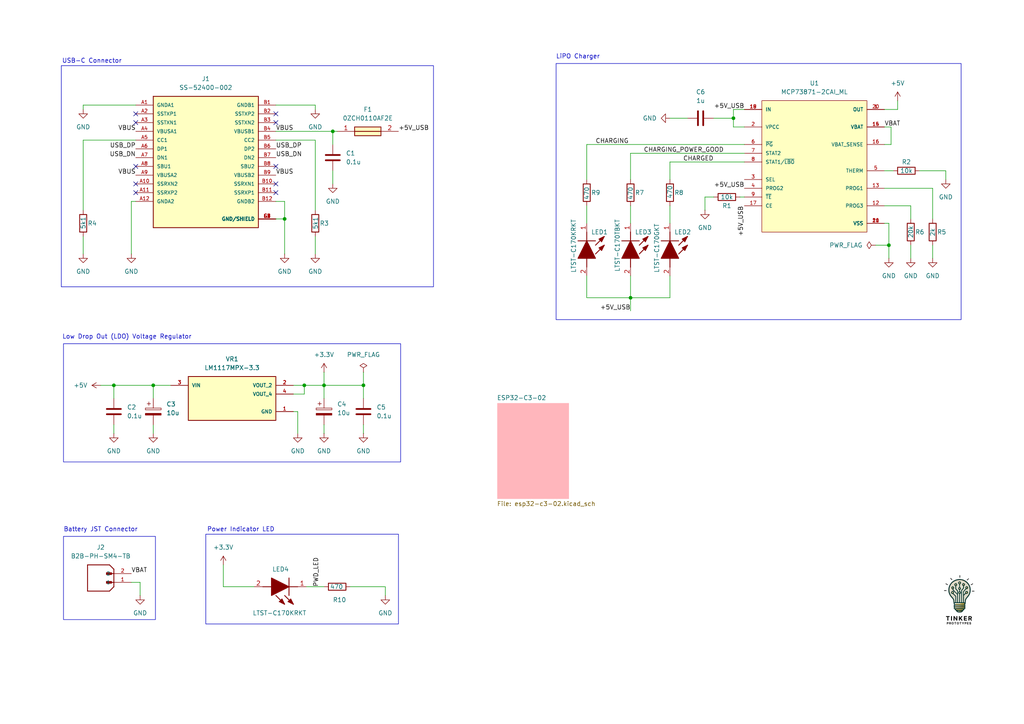
<source format=kicad_sch>
(kicad_sch (version 20250114) (generator "eeschema") (generator_version "9.0")
  (paper "A4")
  (title_block (title "ESP32 Sensor Board - Root") (date "2025-05-19") (rev "1") (company "Tinker Prototypes"))
  (lib_symbols
    (symbol "0ZCH0110AF2E:0ZCH0110AF2E" (pin_names (hide yes))
      (property "Reference" "F" (at 13.97 6.35 0))
      (property "Value" "0ZCH0110AF2E" (at 13.97 3.81 0))
      (symbol "0ZCH0110AF2E_1_1"
        (rectangle (start 5.08 1.27) (end 12.7 -1.27) (stroke (width 0.254)) (fill (type background)))
        (polyline (pts (xy 5.08 0) (xy 12.7 0)) (stroke (width 0.254)))
        (pin passive line (at 0 0 0) (length 5.08) (name "1") (number "1"))
        (pin passive line (at 17.78 0 180) (length 5.08) (name "2") (number "2"))
      )
    )
    (symbol "B2B-PH-SM4-TB:B2B-PH-SM4-TB" (pin_names (offset 1.016))
      (property "Reference" "J" (at 0 6.35 0))
      (property "Value" "B2B-PH-SM4-TB" (at 0 -5.08 0))
      (symbol "B2B-PH-SM4-TB_0_0"
        (polyline (pts (xy 0 3.81) (xy 0 2.54)) (stroke (width 0.254)))
        (polyline (pts (xy 0 3.81) (xy 1.27 5.08)) (stroke (width 0.254)))
        (polyline (pts (xy 0 2.54) (xy 0 -1.27)) (stroke (width 0.254)))
        (polyline (pts (xy 0 2.54) (xy 1.905 2.54)) (stroke (width 0.254)))
        (polyline (pts (xy 0 0) (xy 1.905 0)) (stroke (width 0.254)))
        (polyline (pts (xy 0 -1.27) (xy 1.27 -2.54)) (stroke (width 0.254)))
        (rectangle (start 0.635 2.2225) (end 2.2225 2.8575) (stroke (width 0.1)) (fill (type outline)))
        (rectangle (start 0.635 -0.3175) (end 2.2225 0.3175) (stroke (width 0.1)) (fill (type outline)))
        (polyline (pts (xy 1.27 -2.54) (xy 7.62 -2.54)) (stroke (width 0.254)))
        (polyline (pts (xy 7.62 5.08) (xy 1.27 5.08)) (stroke (width 0.254)))
        (polyline (pts (xy 7.62 -2.54) (xy 7.62 5.08)) (stroke (width 0.254)))
        (pin passive line (at -5.08 2.54 0) (length 5.08) (name "1") (number "1"))
        (pin passive line (at -5.08 0 0) (length 5.08) (name "2") (number "2"))
      )
    )
    (symbol "Device:C" (pin_numbers (hide yes)) (pin_names (offset 0.254))
      (property "Reference" "C" (at 0.635 2.54 0))
      (property "Value" "C" (at 0.635 -2.54 0))
      (symbol "C_0_1"
        (polyline (pts (xy -2.032 0.762) (xy 2.032 0.762)) (stroke (width 0.508)))
        (polyline (pts (xy -2.032 -0.762) (xy 2.032 -0.762)) (stroke (width 0.508)))
      )
      (symbol "C_1_1"
        (pin passive line (at 0 3.81 270) (length 2.794) (name "~") (number "1"))
        (pin passive line (at 0 -3.81 90) (length 2.794) (name "~") (number "2"))
      )
    )
    (symbol "Device:C_Polarized" (pin_numbers (hide yes)) (pin_names (offset 0.254))
      (property "Reference" "C" (at 0.635 2.54 0))
      (property "Value" "C_Polarized" (at 0.635 -2.54 0))
      (symbol "C_Polarized_0_1"
        (rectangle (start -2.286 0.508) (end 2.286 1.016))
        (polyline (pts (xy -1.778 2.286) (xy -0.762 2.286)))
        (polyline (pts (xy -1.27 2.794) (xy -1.27 1.778)))
        (rectangle (start 2.286 -0.508) (end -2.286 -1.016) (fill (type outline)))
      )
      (symbol "C_Polarized_1_1"
        (pin passive line (at 0 3.81 270) (length 2.794) (name "~") (number "1"))
        (pin passive line (at 0 -3.81 90) (length 2.794) (name "~") (number "2"))
      )
    )
    (symbol "Device:R" (pin_numbers (hide yes)) (pin_names (offset 0))
      (property "Reference" "R" (at 2.032 0 90))
      (property "Value" "R" (at 0 0 90))
      (symbol "R_0_1"
        (rectangle (start -1.016 -2.54) (end 1.016 2.54) (stroke (width 0.254)))
      )
      (symbol "R_1_1"
        (pin passive line (at 0 3.81 270) (length 1.27) (name "~") (number "1"))
        (pin passive line (at 0 -3.81 90) (length 1.27) (name "~") (number "2"))
      )
    )
    (symbol "LM1117MPX-3.3:LM1117MPX-3.3" (pin_names (offset 1.016))
      (property "Reference" "VR" (at -12.7 6.08 0))
      (property "Value" "LM1117MPX-3.3" (at -12.7 -9.08 0))
      (symbol "LM1117MPX-3.3_0_0"
        (rectangle (start -12.7 -7.62) (end 12.7 5.08) (stroke (width 0.254)) (fill (type background)))
        (pin power_in line (at -17.78 2.54 0) (length 5.08) (name "VIN") (number "3"))
        (pin power_in line (at 17.78 2.54 180) (length 5.08) (name "VOUT_2") (number "2"))
        (pin power_in line (at 17.78 0 180) (length 5.08) (name "VOUT_4") (number "4"))
        (pin power_in line (at 17.78 -5.08 180) (length 5.08) (name "GND") (number "1"))
      )
    )
    (symbol "LTST-C170GKT:LTST-C170GKT" (pin_names (hide yes))
      (property "Reference" "LED" (at 12.7 8.89 0))
      (property "Value" "LTST-C170GKT" (at 12.7 6.35 0))
      (symbol "LTST-C170GKT_1_1"
        (polyline (pts (xy 2.54 0) (xy 5.08 0)) (stroke (width 0.254)))
        (polyline (pts (xy 5.08 2.54) (xy 5.08 -2.54)) (stroke (width 0.254)))
        (polyline (pts (xy 5.08 0) (xy 10.16 2.54) (xy 10.16 -2.54) (xy 5.08 0)) (stroke (width 0.254)) (fill (type outline)))
        (polyline (pts (xy 5.334 4.318) (xy 4.572 3.556) (xy 3.81 5.08) (xy 5.334 4.318)) (stroke (width 0.254)) (fill (type outline)))
        (polyline (pts (xy 6.35 2.54) (xy 3.81 5.08)) (stroke (width 0.254)))
        (polyline (pts (xy 7.874 4.318) (xy 7.112 3.556) (xy 6.35 5.08) (xy 7.874 4.318)) (stroke (width 0.254)) (fill (type outline)))
        (polyline (pts (xy 8.89 2.54) (xy 6.35 5.08)) (stroke (width 0.254)))
        (polyline (pts (xy 10.16 0) (xy 12.7 0)) (stroke (width 0.254)))
        (pin passive line (at 0 0 0) (length 2.54) (name "K") (number "1"))
        (pin passive line (at 15.24 0 180) (length 2.54) (name "A") (number "2"))
      )
    )
    (symbol "LTST-C170KRKT:LTST-C170KRKT" (pin_names (hide yes))
      (property "Reference" "LED" (at 12.7 8.89 0))
      (property "Value" "LTST-C170KRKT" (at 12.7 6.35 0))
      (symbol "LTST-C170KRKT_1_1"
        (polyline (pts (xy 2.54 0) (xy 5.08 0)) (stroke (width 0.254)))
        (polyline (pts (xy 5.08 2.54) (xy 5.08 -2.54)) (stroke (width 0.254)))
        (polyline (pts (xy 5.08 0) (xy 10.16 2.54) (xy 10.16 -2.54) (xy 5.08 0)) (stroke (width 0.254)) (fill (type outline)))
        (polyline (pts (xy 5.334 4.318) (xy 4.572 3.556) (xy 3.81 5.08) (xy 5.334 4.318)) (stroke (width 0.254)) (fill (type outline)))
        (polyline (pts (xy 6.35 2.54) (xy 3.81 5.08)) (stroke (width 0.254)))
        (polyline (pts (xy 7.874 4.318) (xy 7.112 3.556) (xy 6.35 5.08) (xy 7.874 4.318)) (stroke (width 0.254)) (fill (type outline)))
        (polyline (pts (xy 8.89 2.54) (xy 6.35 5.08)) (stroke (width 0.254)))
        (polyline (pts (xy 10.16 0) (xy 12.7 0)) (stroke (width 0.254)))
        (pin passive line (at 0 0 0) (length 2.54) (name "K") (number "1"))
        (pin passive line (at 15.24 0 180) (length 2.54) (name "A") (number "2"))
      )
    )
    (symbol "LTST-C170TBKT:LTST-C170TBKT" (pin_names (hide yes))
      (property "Reference" "LED" (at 12.7 8.89 0))
      (property "Value" "LTST-C170TBKT" (at 12.7 6.35 0))
      (symbol "LTST-C170TBKT_1_1"
        (polyline (pts (xy 2.54 0) (xy 5.08 0)) (stroke (width 0.254)))
        (polyline (pts (xy 5.08 2.54) (xy 5.08 -2.54)) (stroke (width 0.254)))
        (polyline (pts (xy 5.08 0) (xy 10.16 2.54) (xy 10.16 -2.54) (xy 5.08 0)) (stroke (width 0.254)) (fill (type outline)))
        (polyline (pts (xy 5.334 4.318) (xy 4.572 3.556) (xy 3.81 5.08) (xy 5.334 4.318)) (stroke (width 0.254)) (fill (type outline)))
        (polyline (pts (xy 6.35 2.54) (xy 3.81 5.08)) (stroke (width 0.254)))
        (polyline (pts (xy 7.874 4.318) (xy 7.112 3.556) (xy 6.35 5.08) (xy 7.874 4.318)) (stroke (width 0.254)) (fill (type outline)))
        (polyline (pts (xy 8.89 2.54) (xy 6.35 5.08)) (stroke (width 0.254)))
        (polyline (pts (xy 10.16 0) (xy 12.7 0)) (stroke (width 0.254)))
        (pin passive line (at 0 0 0) (length 2.54) (name "K") (number "1"))
        (pin passive line (at 15.24 0 180) (length 2.54) (name "A") (number "2"))
      )
    )
    (symbol "MCP73871-2CAI_ML:MCP73871-2CAI_ML" (pin_names (offset 1.016))
      (property "Reference" "U" (at -15.1679 18.5478 0))
      (property "Value" "MCP73871-2CAI_ML" (at -15.3387 -22.9156 0))
      (symbol "MCP73871-2CAI_ML_0_0"
        (rectangle (start -15.24 -20.32) (end 15.24 17.78) (stroke (width 0.1524)) (fill (type background)))
        (pin input line (at -20.32 15.24 0) (length 5.08) (name "IN") (number "18"))
        (pin input line (at -20.32 15.24 0) (length 5.08) (name "IN") (number "19"))
        (pin input line (at -20.32 10.16 0) (length 5.08) (name "VPCC") (number "2"))
        (pin output line (at -20.32 5.08 0) (length 5.08) (name "~{PG}") (number "6"))
        (pin output line (at -20.32 2.54 0) (length 5.08) (name "STAT2") (number "7"))
        (pin output line (at -20.32 0 0) (length 5.08) (name "STAT1/~{LBO}") (number "8"))
        (pin input line (at -20.32 -5.08 0) (length 5.08) (name "SEL") (number "3"))
        (pin input line (at -20.32 -7.62 0) (length 5.08) (name "PROG2") (number "4"))
        (pin input line (at -20.32 -10.16 0) (length 5.08) (name "~{TE}") (number "9"))
        (pin input line (at -20.32 -12.7 0) (length 5.08) (name "CE") (number "17"))
        (pin output line (at 20.32 15.24 180) (length 5.08) (name "OUT") (number "1"))
        (pin output line (at 20.32 15.24 180) (length 5.08) (name "OUT") (number "20"))
        (pin bidirectional line (at 20.32 10.16 180) (length 5.08) (name "VBAT") (number "14"))
        (pin bidirectional line (at 20.32 10.16 180) (length 5.08) (name "VBAT") (number "15"))
        (pin bidirectional line (at 20.32 5.08 180) (length 5.08) (name "VBAT_SENSE") (number "16"))
        (pin bidirectional line (at 20.32 -2.54 180) (length 5.08) (name "THERM") (number "5"))
        (pin bidirectional line (at 20.32 -7.62 180) (length 5.08) (name "PROG1") (number "13"))
        (pin bidirectional line (at 20.32 -12.7 180) (length 5.08) (name "PROG3") (number "12"))
        (pin power_in line (at 20.32 -17.78 180) (length 5.08) (name "VSS") (number "10"))
        (pin power_in line (at 20.32 -17.78 180) (length 5.08) (name "VSS") (number "11"))
        (pin power_in line (at 20.32 -17.78 180) (length 5.08) (name "VSS") (number "21"))
      )
    )
    (symbol "SS-52400-002:SS-52400-002" (pin_names (offset 1.016))
      (property "Reference" "J" (at -15.24 19.05 0))
      (property "Value" "SS-52400-002" (at -15.24 -22.86 0))
      (symbol "SS-52400-002_0_0"
        (rectangle (start -15.24 -20.32) (end 15.24 17.78) (stroke (width 0.254)) (fill (type background)))
        (pin power_in line (at -20.32 15.24 0) (length 5.08) (name "GNDA1") (number "A1"))
        (pin bidirectional line (at -20.32 12.7 0) (length 5.08) (name "SSTXP1") (number "A2"))
        (pin bidirectional line (at -20.32 10.16 0) (length 5.08) (name "SSTXN1") (number "A3"))
        (pin power_in line (at -20.32 7.62 0) (length 5.08) (name "VBUSA1") (number "A4"))
        (pin bidirectional line (at -20.32 5.08 0) (length 5.08) (name "CC1") (number "A5"))
        (pin bidirectional line (at -20.32 2.54 0) (length 5.08) (name "DP1") (number "A6"))
        (pin bidirectional line (at -20.32 0 0) (length 5.08) (name "DN1") (number "A7"))
        (pin bidirectional line (at -20.32 -2.54 0) (length 5.08) (name "SBU1") (number "A8"))
        (pin power_in line (at -20.32 -5.08 0) (length 5.08) (name "VBUSA2") (number "A9"))
        (pin bidirectional line (at -20.32 -7.62 0) (length 5.08) (name "SSRXN2") (number "A10"))
        (pin bidirectional line (at -20.32 -10.16 0) (length 5.08) (name "SSRXP2") (number "A11"))
        (pin power_in line (at -20.32 -12.7 0) (length 5.08) (name "GNDA2") (number "A12"))
        (pin power_in line (at 20.32 15.24 180) (length 5.08) (name "GNDB1") (number "B1"))
        (pin bidirectional line (at 20.32 12.7 180) (length 5.08) (name "SSTXP2") (number "B2"))
        (pin bidirectional line (at 20.32 10.16 180) (length 5.08) (name "SSTXN2") (number "B3"))
        (pin power_in line (at 20.32 7.62 180) (length 5.08) (name "VBUSB1") (number "B4"))
        (pin bidirectional line (at 20.32 5.08 180) (length 5.08) (name "CC2") (number "B5"))
        (pin bidirectional line (at 20.32 2.54 180) (length 5.08) (name "DP2") (number "B6"))
        (pin bidirectional line (at 20.32 0 180) (length 5.08) (name "DN2") (number "B7"))
        (pin bidirectional line (at 20.32 -2.54 180) (length 5.08) (name "SBU2") (number "B8"))
        (pin power_in line (at 20.32 -5.08 180) (length 5.08) (name "VBUSB2") (number "B9"))
        (pin bidirectional line (at 20.32 -7.62 180) (length 5.08) (name "SSRXN1") (number "B10"))
        (pin bidirectional line (at 20.32 -10.16 180) (length 5.08) (name "SSRXP1") (number "B11"))
        (pin power_in line (at 20.32 -12.7 180) (length 5.08) (name "GNDB2") (number "B12"))
        (pin power_in line (at 20.32 -17.78 180) (length 5.08) (name "GND/SHIELD") (number "G1"))
        (pin power_in line (at 20.32 -17.78 180) (length 5.08) (name "GND/SHIELD") (number "G2"))
        (pin power_in line (at 20.32 -17.78 180) (length 5.08) (name "GND/SHIELD") (number "G3"))
        (pin power_in line (at 20.32 -17.78 180) (length 5.08) (name "GND/SHIELD") (number "G4"))
        (pin power_in line (at 20.32 -17.78 180) (length 5.08) (name "GND/SHIELD") (number "S1"))
        (pin power_in line (at 20.32 -17.78 180) (length 5.08) (name "GND/SHIELD") (number "S2"))
        (pin power_in line (at 20.32 -17.78 180) (length 5.08) (name "GND/SHIELD") (number "S3"))
        (pin power_in line (at 20.32 -17.78 180) (length 5.08) (name "GND/SHIELD") (number "S4"))
      )
    )
    (symbol "power:+3.3V" (power) (pin_numbers (hide yes)) (pin_names (offset 0) (hide yes))
      (property "Value" "+3.3V" (at 0 3.556 0))
      (symbol "+3.3V_0_1"
        (polyline (pts (xy -0.762 1.27) (xy 0 2.54)))
        (polyline (pts (xy 0 2.54) (xy 0.762 1.27)))
        (polyline (pts (xy 0 0) (xy 0 2.54)))
      )
      (symbol "+3.3V_1_1"
        (pin power_in line (at 0 0 90) (length 0) (name "~") (number "1"))
      )
    )
    (symbol "power:+5V" (power) (pin_numbers (hide yes)) (pin_names (offset 0) (hide yes))
      (property "Value" "+5V" (at 0 3.556 0))
      (symbol "+5V_0_1"
        (polyline (pts (xy -0.762 1.27) (xy 0 2.54)))
        (polyline (pts (xy 0 2.54) (xy 0.762 1.27)))
        (polyline (pts (xy 0 0) (xy 0 2.54)))
      )
      (symbol "+5V_1_1"
        (pin power_in line (at 0 0 90) (length 0) (name "~") (number "1"))
      )
    )
    (symbol "power:GND" (power) (pin_numbers (hide yes)) (pin_names (offset 0) (hide yes))
      (property "Value" "GND" (at 0 -3.81 0))
      (symbol "GND_0_1"
        (polyline (pts (xy 0 0) (xy 0 -1.27) (xy 1.27 -1.27) (xy 0 -2.54) (xy -1.27 -1.27) (xy 0 -1.27)))
      )
      (symbol "GND_1_1"
        (pin power_in line (at 0 0 270) (length 0) (name "~") (number "1"))
      )
    )
    (symbol "power:PWR_FLAG" (power) (pin_numbers (hide yes)) (pin_names (offset 0) (hide yes))
      (property "Value" "PWR_FLAG" (at 0 3.81 0))
      (symbol "PWR_FLAG_0_0"
        (pin power_out line (at 0 0 90) (length 0) (name "~") (number "1"))
      )
      (symbol "PWR_FLAG_0_1"
        (polyline (pts (xy 0 0) (xy 0 1.27) (xy -1.016 1.905) (xy 0 2.54) (xy 1.016 1.905) (xy 0 1.27)))
      )
    )
  )
  (rectangle (start 59.69 154.94) (end 115.57 180.975))
  (rectangle (start 17.78 19.05) (end 125.73 83.185))
  (rectangle (start 18.415 99.695) (end 116.205 133.985))
  (rectangle (start 18.415 155.575) (end 45.085 179.705))
  (rectangle (start 161.29 18.415) (end 278.765 92.71))
  (text "LiPO Charger" (at 167.64 16.51 0) (effects (font (size 1.27 1.27))))
  (text "Power Indicator LED" (at 69.85 153.67 0) (effects (font (size 1.27 1.27))))
  (text "USB-C Connector" (at 26.67 17.78 0) (effects (font (size 1.27 1.27))))
  (text "Low Drop Out (LDO) Voltage Regulator" (at 36.83 97.79 0) (effects (font (size 1.27 1.27))))
  (text "Battery JST Connector" (at 29.21 153.67 0) (effects (font (size 1.27 1.27))))
  (junction (at 82.55 63.5))
  (junction (at 88.265 111.76))
  (junction (at 33.02 111.76))
  (junction (at 182.88 86.36))
  (junction (at 257.81 71.12))
  (junction (at 212.725 34.29))
  (junction (at 93.98 111.76))
  (junction (at 96.52 38.1))
  (junction (at 105.41 111.76))
  (junction (at 44.45 111.76))
  (no_connect (at 39.37 48.26))
  (no_connect (at 80.01 35.56))
  (no_connect (at 80.01 53.34))
  (no_connect (at 80.01 33.02))
  (no_connect (at 39.37 35.56))
  (no_connect (at 39.37 53.34))
  (no_connect (at 80.01 48.26))
  (no_connect (at 39.37 33.02))
  (no_connect (at 80.01 55.88))
  (no_connect (at 39.37 55.88))
  (wire (pts (xy 274.32 49.53) (xy 274.32 52.07)))
  (wire (pts (xy 212.725 36.83) (xy 215.9 36.83)))
  (wire (pts (xy 93.98 107.95) (xy 93.98 111.76)))
  (wire (pts (xy 101.6 170.18) (xy 111.76 170.18)))
  (wire (pts (xy 207.01 57.15) (xy 204.47 57.15)))
  (wire (pts (xy 80.01 58.42) (xy 82.55 58.42)))
  (wire (pts (xy 256.54 64.77) (xy 257.81 64.77)))
  (wire (pts (xy 105.41 107.95) (xy 105.41 111.76)))
  (wire (pts (xy 93.98 123.19) (xy 93.98 125.73)))
  (wire (pts (xy 44.45 123.19) (xy 44.45 125.73)))
  (wire (pts (xy 86.36 119.38) (xy 85.09 119.38)))
  (wire (pts (xy 24.13 40.64) (xy 24.13 60.96)))
  (wire (pts (xy 170.18 86.36) (xy 182.88 86.36)))
  (wire (pts (xy 214.63 57.15) (xy 215.9 57.15)))
  (wire (pts (xy 93.98 111.76) (xy 93.98 115.57)))
  (wire (pts (xy 80.01 38.1) (xy 96.52 38.1)))
  (wire (pts (xy 258.445 41.91) (xy 256.54 41.91)))
  (wire (pts (xy 86.36 125.73) (xy 86.36 119.38)))
  (wire (pts (xy 24.13 68.58) (xy 24.13 73.66)))
  (wire (pts (xy 91.44 60.96) (xy 91.44 40.64)))
  (wire (pts (xy 270.51 54.61) (xy 256.54 54.61)))
  (wire (pts (xy 194.31 46.99) (xy 194.31 52.07)))
  (wire (pts (xy 64.77 170.18) (xy 73.66 170.18)))
  (wire (pts (xy 264.16 63.5) (xy 264.16 59.69)))
  (wire (pts (xy 182.88 86.36) (xy 182.88 90.17)))
  (wire (pts (xy 80.01 30.48) (xy 91.44 30.48)))
  (wire (pts (xy 182.88 86.36) (xy 194.31 86.36)))
  (wire (pts (xy 82.55 63.5) (xy 82.55 73.66)))
  (wire (pts (xy 266.7 49.53) (xy 274.32 49.53)))
  (wire (pts (xy 38.1 58.42) (xy 38.1 73.66)))
  (wire (pts (xy 212.725 34.29) (xy 212.725 36.83)))
  (wire (pts (xy 44.45 111.76) (xy 44.45 115.57)))
  (wire (pts (xy 96.52 38.1) (xy 96.52 41.91)))
  (wire (pts (xy 80.01 63.5) (xy 82.55 63.5)))
  (wire (pts (xy 257.81 71.12) (xy 257.81 74.93)))
  (wire (pts (xy 182.88 44.45) (xy 182.88 52.07)))
  (wire (pts (xy 91.44 30.48) (xy 91.44 31.75)))
  (wire (pts (xy 29.21 111.76) (xy 33.02 111.76)))
  (wire (pts (xy 207.01 34.29) (xy 212.725 34.29)))
  (wire (pts (xy 39.37 40.64) (xy 24.13 40.64)))
  (wire (pts (xy 170.18 59.69) (xy 170.18 64.77)))
  (wire (pts (xy 96.52 38.1) (xy 97.79 38.1)))
  (wire (pts (xy 257.81 64.77) (xy 257.81 71.12)))
  (wire (pts (xy 170.18 80.01) (xy 170.18 86.36)))
  (wire (pts (xy 256.54 36.83) (xy 258.445 36.83)))
  (wire (pts (xy 204.47 57.15) (xy 204.47 60.96)))
  (wire (pts (xy 39.37 58.42) (xy 38.1 58.42)))
  (wire (pts (xy 88.265 114.3) (xy 88.265 111.76)))
  (wire (pts (xy 215.9 41.91) (xy 170.18 41.91)))
  (wire (pts (xy 256.54 49.53) (xy 259.08 49.53)))
  (wire (pts (xy 85.09 111.76) (xy 88.265 111.76)))
  (wire (pts (xy 105.41 123.19) (xy 105.41 125.73)))
  (wire (pts (xy 264.16 71.12) (xy 264.16 74.93)))
  (wire (pts (xy 212.725 31.75) (xy 212.725 34.29)))
  (wire (pts (xy 194.31 80.01) (xy 194.31 86.36)))
  (wire (pts (xy 194.31 59.69) (xy 194.31 64.77)))
  (wire (pts (xy 260.35 31.75) (xy 260.35 29.21)))
  (wire (pts (xy 182.88 59.69) (xy 182.88 64.77)))
  (wire (pts (xy 93.98 170.18) (xy 88.9 170.18)))
  (wire (pts (xy 24.13 30.48) (xy 24.13 31.75)))
  (wire (pts (xy 194.31 34.29) (xy 199.39 34.29)))
  (wire (pts (xy 33.02 123.19) (xy 33.02 125.73)))
  (wire (pts (xy 44.45 111.76) (xy 33.02 111.76)))
  (wire (pts (xy 39.37 30.48) (xy 24.13 30.48)))
  (wire (pts (xy 33.02 111.76) (xy 33.02 115.57)))
  (wire (pts (xy 215.9 44.45) (xy 182.88 44.45)))
  (wire (pts (xy 38.1 168.91) (xy 40.64 168.91)))
  (wire (pts (xy 254 71.12) (xy 257.81 71.12)))
  (wire (pts (xy 258.445 36.83) (xy 258.445 41.91)))
  (wire (pts (xy 91.44 40.64) (xy 80.01 40.64)))
  (wire (pts (xy 85.09 114.3) (xy 88.265 114.3)))
  (wire (pts (xy 111.76 172.72) (xy 111.76 170.18)))
  (wire (pts (xy 170.18 41.91) (xy 170.18 52.07)))
  (wire (pts (xy 49.53 111.76) (xy 44.45 111.76)))
  (wire (pts (xy 40.64 168.91) (xy 40.64 172.72)))
  (wire (pts (xy 91.44 68.58) (xy 91.44 73.66)))
  (wire (pts (xy 82.55 58.42) (xy 82.55 63.5)))
  (wire (pts (xy 256.54 31.75) (xy 260.35 31.75)))
  (wire (pts (xy 270.51 63.5) (xy 270.51 54.61)))
  (wire (pts (xy 88.265 111.76) (xy 93.98 111.76)))
  (wire (pts (xy 215.9 31.75) (xy 212.725 31.75)))
  (wire (pts (xy 64.77 163.83) (xy 64.77 170.18)))
  (wire (pts (xy 93.98 111.76) (xy 105.41 111.76)))
  (wire (pts (xy 270.51 71.12) (xy 270.51 74.93)))
  (wire (pts (xy 264.16 59.69) (xy 256.54 59.69)))
  (wire (pts (xy 215.9 46.99) (xy 194.31 46.99)))
  (wire (pts (xy 182.88 80.01) (xy 182.88 86.36)))
  (wire (pts (xy 105.41 111.76) (xy 105.41 115.57)))
  (wire (pts (xy 96.52 49.53) (xy 96.52 53.34)))
  (image (at 278.13 175.26) (scale 0.0517121))
  (label "+5V_USB" (at 215.9 59.69 270))
  (label "USB_DP" (at 39.37 43.18 180))
  (label "USB_DN" (at 80.01 45.72 0))
  (label "CHARGED" (at 198.12 46.99 0))
  (label "+5V_USB" (at 182.88 90.17 180))
  (label "VBUS" (at 80.01 50.8 0))
  (label "USB_DP" (at 80.01 43.18 0))
  (label "+5V_USB" (at 215.9 31.75 180))
  (label "VBUS" (at 39.37 50.8 180))
  (label "VBUS" (at 80.01 38.1 0))
  (label "VBUS" (at 39.37 38.1 180))
  (label "VBAT" (at 256.54 36.83 0))
  (label "PWD_LED" (at 92.71 170.18 90))
  (label "+5V_USB" (at 215.9 54.61 180))
  (label "CHARGING_POWER_GOOD" (at 186.69 44.45 0))
  (label "VBAT" (at 38.1 166.37 0))
  (label "CHARGING" (at 172.72 41.91 0))
  (label "+5V_USB" (at 115.57 38.1 0))
  (label "USB_DN" (at 39.37 45.72 180))
  (symbol (lib_id "B2B-PH-SM4-TB:B2B-PH-SM4-TB") (at 33.02 166.37 180) (unit 1)
    (property "Reference" "J2" (at 29.21 158.75 0))
    (property "Value" "B2B-PH-SM4-TB" (at 29.21 161.29 0))
    (property "Footprint" "B2B-PH-SM4-TB:JST_B2B-PH-SM4-TB" (effects (hide yes)))
    (property "MF" "JST" (effects (hide yes)))
    (property "MAXIMUM_PACKAGE_HEIGHT" "6.6 mm" (effects (hide yes)))
    (property "Package" "NON STANDARD-2 JST" (effects (hide yes)))
    (property "Price" "None" (effects (hide yes)))
    (property "Check_prices" "https://www.snapeda.com/parts/B2B-PH-SM4-TB/JST/view-part/?ref=eda" (effects (hide yes)))
    (property "STANDARD" "Manufacturer Recommendations" (effects (hide yes)))
    (property "PARTREV" "N/A" (effects (hide yes)))
    (property "SnapEDA_Link" "https://www.snapeda.com/parts/B2B-PH-SM4-TB/JST/view-part/?ref=snap" (effects (hide yes)))
    (property "MP" "B2B-PH-SM4-TB" (effects (hide yes)))
    (property "Description_1" "Connector Header Surface Mount 2 position 0.079 (2.00mm)" (effects (hide yes)))
    (property "Availability" "In Stock" (effects (hide yes)))
    (property "MANUFACTURER" "JST" (effects (hide yes)))
  )
  (symbol (lib_id "power:GND") (at 204.47 60.96 0) (unit 1)
    (property "Reference" "#PWR04" (effects (hide yes)))
    (property "Value" "GND" (at 204.47 66.04 0))
    (property "Description" "Power symbol creates a global label with name \"GND\" , ground" (effects (hide yes)))
  )
  (symbol (lib_id "SS-52400-002:SS-52400-002") (at 59.69 45.72 0) (unit 1)
    (property "Reference" "J1" (at 59.69 22.86 0))
    (property "Value" "SS-52400-002" (at 59.69 25.4 0))
    (property "Footprint" "SS-52400-002:BELFUSE_SS-52400-002" (effects (hide yes)))
    (property "MF" "Bel Fuse" (effects (hide yes)))
    (property "MAXIMUM_PACKAGE_HEIGHT" "2.96 mm" (effects (hide yes)))
    (property "Package" "None" (effects (hide yes)))
    (property "Price" "None" (effects (hide yes)))
    (property "Check_prices" "https://www.snapeda.com/parts/SS-52400-002/Bel+Circuit+Protection/view-part/?ref=eda" (effects (hide yes)))
    (property "STANDARD" "Manufacturer Recommendations" (effects (hide yes)))
    (property "PARTREV" "A0" (effects (hide yes)))
    (property "SnapEDA_Link" "https://www.snapeda.com/parts/SS-52400-002/Bel+Circuit+Protection/view-part/?ref=snap" (effects (hide yes)))
    (property "MP" "SS-52400-002" (effects (hide yes)))
    (property "Description_1" "USB Type-C Connector | USB 3.1 | 1 Port | Right Angle Receptacle | Shielded | 0.039 in (1.00mm) PCB Thickness" (effects (hide yes)))
    (property "Availability" "In Stock" (effects (hide yes)))
    (property "MANUFACTURER" "BelFuse" (effects (hide yes)))
  )
  (symbol (lib_id "Device:R") (at 97.79 170.18 90) (unit 1)
    (property "Reference" "R10" (at 96.52 173.99 90) (effects (justify right)))
    (property "Value" "470" (at 95.6903 170.18 90) (effects (justify right)))
    (property "Description" "Resistor" (effects (hide yes)))
  )
  (symbol (lib_id "power:+3.3V") (at 64.77 163.83 0) (unit 1)
    (property "Reference" "#PWR022" (effects (hide yes)))
    (property "Value" "+3.3V" (at 64.77 158.75 0))
    (property "Description" "Power symbol creates a global label with name \"+3.3V\"" (effects (hide yes)))
  )
  (symbol (lib_id "power:GND") (at 91.44 73.66 0) (unit 1)
    (property "Reference" "#PWR05" (effects (hide yes)))
    (property "Value" "GND" (at 91.44 78.74 0))
    (property "Description" "Power symbol creates a global label with name \"GND\" , ground" (effects (hide yes)))
  )
  (symbol (lib_id "power:GND") (at 24.13 31.75 0) (unit 1)
    (property "Reference" "#PWR07" (effects (hide yes)))
    (property "Value" "GND" (at 24.13 36.83 0))
    (property "Description" "Power symbol creates a global label with name \"GND\" , ground" (effects (hide yes)))
  )
  (symbol (lib_id "LTST-C170GKT:LTST-C170GKT") (at 194.31 64.77 270) (unit 1)
    (property "Reference" "LED2" (at 195.58 67.31 90) (effects (justify left)))
    (property "Value" "LTST-C170GKT" (at 190.5 64.77 0) (effects (justify left)))
    (property "Footprint" "LEDC2012X120N" (effects (hide yes)))
    (property "Datasheet" "https://mm.digikey.com/Volume0/opasdata/d220001/medias/docus/895/LTST-C170GKT.pdf" (effects (hide yes)))
    (property "Description" "LED,SMD,0805,Green,6mcd,130deg Lite-On LTST-C170GKT, CHIPLED 0805 Series Green LED, 569 nm 2012 (0805), Rectangle Lens SMD package" (effects (hide yes)))
    (property "Height" "1.2" (effects (hide yes)))
    (property "Manufacturer_Name" "Lite-On" (effects (hide yes)))
    (property "Manufacturer_Part_Number" "LTST-C170GKT" (effects (hide yes)))
    (property "Mouser Part Number" "859-LTST-C170GKT" (effects (hide yes)))
    (property "Mouser Price/Stock" "https://www.mouser.co.uk/ProductDetail/Lite-On/LTST-C170GKT?qs=%2FSqKn2EfXQSV5aRij3YIfQ%3D%3D" (effects (hide yes)))
    (property "Arrow Part Number" "LTST-C170GKT" (effects (hide yes)))
    (property "Arrow Price/Stock" "https://www.arrow.com/en/products/ltst-c170gkt/lite-on-technology?utm_currency=USD&region=nac" (effects (hide yes)))
  )
  (symbol (lib_id "Device:C_Polarized") (at 44.45 119.38 0) (unit 1)
    (property "Reference" "C3" (at 48.26 117.2209 0) (effects (justify left)))
    (property "Value" "10u" (at 48.26 119.7609 0) (effects (justify left)))
    (property "Description" "Polarized capacitor" (effects (hide yes)))
  )
  (symbol (lib_id "power:PWR_FLAG") (at 254 71.12 90) (unit 1)
    (property "Reference" "#FLG01" (effects (hide yes)))
    (property "Value" "PWR_FLAG" (at 250.19 71.1199 90) (effects (justify left)))
    (property "Description" "Special symbol for telling ERC where power comes from" (effects (hide yes)))
  )
  (symbol (lib_id "power:GND") (at 264.16 74.93 0) (unit 1)
    (property "Reference" "#PWR03" (effects (hide yes)))
    (property "Value" "GND" (at 264.16 80.01 0))
    (property "Description" "Power symbol creates a global label with name \"GND\" , ground" (effects (hide yes)))
  )
  (symbol (lib_id "power:GND") (at 44.45 125.73 0) (unit 1)
    (property "Reference" "#PWR018" (effects (hide yes)))
    (property "Value" "GND" (at 44.45 130.81 0))
    (property "Description" "Power symbol creates a global label with name \"GND\" , ground" (effects (hide yes)))
  )
  (symbol (lib_id "power:+5V") (at 29.21 111.76 90) (unit 1)
    (property "Reference" "#PWR020" (effects (hide yes)))
    (property "Value" "+5V" (at 25.4 111.7599 90) (effects (justify left)))
    (property "Description" "Power symbol creates a global label with name \"+5V\"" (effects (hide yes)))
  )
  (symbol (lib_id "Device:R") (at 264.16 67.31 180) (unit 1)
    (property "Reference" "R6" (at 265.43 67.31 0) (effects (justify right)))
    (property "Value" "20k" (at 264.16 69.091 90) (effects (justify right)))
    (property "Description" "Resistor" (effects (hide yes)))
  )
  (symbol (lib_id "LM1117MPX-3.3:LM1117MPX-3.3") (at 67.31 114.3 0) (unit 1)
    (property "Reference" "VR1" (at 67.31 104.14 0))
    (property "Value" "LM1117MPX-3.3" (at 67.31 106.68 0))
    (property "Footprint" "LM1117MPX-3.3:VREG_LM1117MPX-3.3" (effects (hide yes)))
    (property "MF" "onsemi" (effects (hide yes)))
    (property "DESCRIPTION" "800-mA 15-V linear voltage regulator 4-SOT-223" (effects (hide yes)))
    (property "PACKAGE" "SOT-223-4 Texas Instruments" (effects (hide yes)))
    (property "PRICE" "None" (effects (hide yes)))
    (property "Package" "SOT-223-4 ON Semiconductor" (effects (hide yes)))
    (property "Check_prices" "https://www.snapeda.com/parts/LM1117MPX-33NOPB/Onsemi/view-part/?ref=eda" (effects (hide yes)))
    (property "Price" "None" (effects (hide yes)))
    (property "SnapEDA_Link" "https://www.snapeda.com/parts/LM1117MPX-33NOPB/Onsemi/view-part/?ref=snap" (effects (hide yes)))
    (property "MP" "LM1117MPX-33NOPB" (effects (hide yes)))
    (property "Description_1" "Linear Voltage Regulator IC Positive Fixed 1 Output 800mA SOT-223" (effects (hide yes)))
    (property "Availability" "In Stock" (effects (hide yes)))
    (property "AVAILABILITY" "Warning" (effects (hide yes)))
    (property "PURCHASE-URL" "https://pricing.snapeda.com/search/part/LM1117MPX-3.3/?ref=eda" (effects (hide yes)))
  )
  (symbol (lib_id "power:GND") (at 105.41 125.73 0) (unit 1)
    (property "Reference" "#PWR015" (effects (hide yes)))
    (property "Value" "GND" (at 105.41 130.81 0))
    (property "Description" "Power symbol creates a global label with name \"GND\" , ground" (effects (hide yes)))
  )
  (symbol (lib_id "LTST-C170TBKT:LTST-C170TBKT") (at 182.88 64.77 270) (unit 1)
    (property "Reference" "LED3" (at 184.15 67.31 90) (effects (justify left)))
    (property "Value" "LTST-C170TBKT" (at 179.07 63.5 0) (effects (justify left)))
    (property "Footprint" "LEDC2012X120N" (effects (hide yes)))
    (property "Datasheet" "https://componentsearchengine.com/Datasheets/1/LTST-C170TBKT.pdf" (effects (hide yes)))
    (property "Description" "LED,SMD,0805,Blue,28mcd,130deg" (effects (hide yes)))
    (property "Height" "1.2" (effects (hide yes)))
    (property "Manufacturer_Name" "Lite-On" (effects (hide yes)))
    (property "Manufacturer_Part_Number" "LTST-C170TBKT" (effects (hide yes)))
    (property "Mouser Part Number" "859-LTST-C170TBKT" (effects (hide yes)))
    (property "Mouser Price/Stock" "https://www.mouser.co.uk/ProductDetail/Lite-On/LTST-C170TBKT?qs=0uL0gcxEMop2ooGmIUzw3A%3D%3D" (effects (hide yes)))
    (property "Arrow Part Number" "LTST-C170TBKT" (effects (hide yes)))
    (property "Arrow Price/Stock" "https://www.arrow.com/en/products/ltst-c170tbkt/lite-on-technology?utm_currency=USD&region=nac" (effects (hide yes)))
  )
  (symbol (lib_id "Device:C") (at 203.2 34.29 270) (unit 1)
    (property "Reference" "C6" (at 203.2 26.67 90))
    (property "Value" "1u" (at 203.2 29.21 90))
    (property "Description" "Unpolarized capacitor" (effects (hide yes)))
  )
  (symbol (lib_id "power:GND") (at 91.44 31.75 0) (unit 1)
    (property "Reference" "#PWR08" (effects (hide yes)))
    (property "Value" "GND" (at 91.44 36.83 0))
    (property "Description" "Power symbol creates a global label with name \"GND\" , ground" (effects (hide yes)))
  )
  (symbol (lib_id "power:GND") (at 96.52 53.34 0) (unit 1)
    (property "Reference" "#PWR011" (effects (hide yes)))
    (property "Value" "GND" (at 96.52 58.42 0))
    (property "Description" "Power symbol creates a global label with name \"GND\" , ground" (effects (hide yes)))
  )
  (symbol (lib_id "power:GND") (at 194.31 34.29 270) (unit 1)
    (property "Reference" "#PWR013" (effects (hide yes)))
    (property "Value" "GND" (at 190.5 34.2899 90) (effects (justify right)))
    (property "Description" "Power symbol creates a global label with name \"GND\" , ground" (effects (hide yes)))
  )
  (symbol (lib_id "LTST-C170KRKT:LTST-C170KRKT") (at 170.18 64.77 270) (unit 1)
    (property "Reference" "LED1" (at 171.45 67.31 90) (effects (justify left)))
    (property "Value" "LTST-C170KRKT" (at 166.37 63.5 0) (effects (justify left)))
    (property "Footprint" "LEDC2012X120N" (effects (hide yes)))
    (property "Datasheet" "https://componentsearchengine.com/Datasheets/1/LTST-C170KRKT.pdf" (effects (hide yes)))
    (property "Description" "Standard LEDs - SMD Red Clear 631nm" (effects (hide yes)))
    (property "Height" "1.2" (effects (hide yes)))
    (property "Manufacturer_Name" "Lite-On" (effects (hide yes)))
    (property "Manufacturer_Part_Number" "LTST-C170KRKT" (effects (hide yes)))
    (property "Mouser Part Number" "859-LTST-C170KRKT" (effects (hide yes)))
    (property "Mouser Price/Stock" "https://www.mouser.co.uk/ProductDetail/Lite-On/LTST-C170KRKT?qs=NUb82WqeCyrVOID%2Fxt4rgA%3D%3D" (effects (hide yes)))
    (property "Arrow Part Number" "LTST-C170KRKT" (effects (hide yes)))
    (property "Arrow Price/Stock" "https://www.arrow.com/en/products/ltst-c170krkt/lite-on-technology?utm_currency=USD&region=nac" (effects (hide yes)))
  )
  (symbol (lib_id "power:GND") (at 270.51 74.93 0) (unit 1)
    (property "Reference" "#PWR02" (effects (hide yes)))
    (property "Value" "GND" (at 270.51 80.01 0))
    (property "Description" "Power symbol creates a global label with name \"GND\" , ground" (effects (hide yes)))
  )
  (symbol (lib_id "Device:R") (at 91.44 64.77 180) (unit 1)
    (property "Reference" "R3" (at 92.71 64.77 0) (effects (justify right)))
    (property "Value" "5k1" (at 91.5162 66.535 90) (effects (justify right)))
    (property "Description" "Resistor" (effects (hide yes)))
  )
  (symbol (lib_id "Device:C") (at 105.41 119.38 0) (unit 1)
    (property "Reference" "C5" (at 109.22 118.1099 0) (effects (justify left)))
    (property "Value" "0.1u" (at 109.22 120.6499 0) (effects (justify left)))
    (property "Description" "Unpolarized capacitor" (effects (hide yes)))
  )
  (symbol (lib_id "power:GND") (at 38.1 73.66 0) (unit 1)
    (property "Reference" "#PWR010" (effects (hide yes)))
    (property "Value" "GND" (at 38.1 78.74 0))
    (property "Description" "Power symbol creates a global label with name \"GND\" , ground" (effects (hide yes)))
  )
  (symbol (lib_id "power:+3.3V") (at 93.98 107.95 0) (unit 1)
    (property "Reference" "#PWR014" (effects (hide yes)))
    (property "Value" "+3.3V" (at 93.98 102.87 0))
    (property "Description" "Power symbol creates a global label with name \"+3.3V\"" (effects (hide yes)))
  )
  (symbol (lib_id "LTST-C170KRKT:LTST-C170KRKT") (at 88.9 170.18 180) (unit 1)
    (property "Reference" "LED4" (at 83.82 165.1 0) (effects (justify left)))
    (property "Value" "LTST-C170KRKT" (at 88.9 177.8 0) (effects (justify left)))
    (property "Footprint" "LEDC2012X120N" (effects (hide yes)))
    (property "Datasheet" "https://componentsearchengine.com/Datasheets/1/LTST-C170KRKT.pdf" (effects (hide yes)))
    (property "Description" "Standard LEDs - SMD Red Clear 631nm" (effects (hide yes)))
    (property "Height" "1.2" (effects (hide yes)))
    (property "Manufacturer_Name" "Lite-On" (effects (hide yes)))
    (property "Manufacturer_Part_Number" "LTST-C170KRKT" (effects (hide yes)))
    (property "Mouser Part Number" "859-LTST-C170KRKT" (effects (hide yes)))
    (property "Mouser Price/Stock" "https://www.mouser.co.uk/ProductDetail/Lite-On/LTST-C170KRKT?qs=NUb82WqeCyrVOID%2Fxt4rgA%3D%3D" (effects (hide yes)))
    (property "Arrow Part Number" "LTST-C170KRKT" (effects (hide yes)))
    (property "Arrow Price/Stock" "https://www.arrow.com/en/products/ltst-c170krkt/lite-on-technology?utm_currency=USD&region=nac" (effects (hide yes)))
  )
  (symbol (lib_id "Device:R") (at 262.89 49.53 90) (unit 1)
    (property "Reference" "R2" (at 262.89 46.99 90))
    (property "Value" "10k" (at 262.89 49.53 90))
    (property "Description" "Resistor" (effects (hide yes)))
  )
  (symbol (lib_id "power:GND") (at 82.55 73.66 0) (unit 1)
    (property "Reference" "#PWR09" (effects (hide yes)))
    (property "Value" "GND" (at 82.55 78.74 0))
    (property "Description" "Power symbol creates a global label with name \"GND\" , ground" (effects (hide yes)))
  )
  (symbol (lib_id "Device:R") (at 170.18 55.88 180) (unit 1)
    (property "Reference" "R9" (at 171.45 55.88 0) (effects (justify right)))
    (property "Value" "470" (at 170.18 57.9797 90) (effects (justify right)))
    (property "Description" "Resistor" (effects (hide yes)))
  )
  (symbol (lib_id "Device:C_Polarized") (at 93.98 119.38 0) (unit 1)
    (property "Reference" "C4" (at 97.79 117.2209 0) (effects (justify left)))
    (property "Value" "10u" (at 97.79 119.7609 0) (effects (justify left)))
    (property "Description" "Polarized capacitor" (effects (hide yes)))
  )
  (symbol (lib_id "power:GND") (at 274.32 52.07 0) (unit 1)
    (property "Reference" "#PWR01" (effects (hide yes)))
    (property "Value" "GND" (at 274.32 57.15 0))
    (property "Description" "Power symbol creates a global label with name \"GND\" , ground" (effects (hide yes)))
  )
  (symbol (lib_id "power:PWR_FLAG") (at 105.41 107.95 0) (unit 1)
    (property "Reference" "#FLG02" (effects (hide yes)))
    (property "Value" "PWR_FLAG" (at 105.41 102.87 0))
    (property "Description" "Special symbol for telling ERC where power comes from" (effects (hide yes)))
  )
  (symbol (lib_id "power:GND") (at 111.76 172.72 0) (unit 1)
    (property "Reference" "#PWR023" (effects (hide yes)))
    (property "Value" "GND" (at 111.76 177.8 0))
    (property "Description" "Power symbol creates a global label with name \"GND\" , ground" (effects (hide yes)))
  )
  (symbol (lib_id "Device:R") (at 210.82 57.15 90) (unit 1)
    (property "Reference" "R1" (at 210.82 59.69 90))
    (property "Value" "10k" (at 210.82 57.15 90))
    (property "Description" "Resistor" (effects (hide yes)))
  )
  (symbol (lib_id "power:GND") (at 33.02 125.73 0) (unit 1)
    (property "Reference" "#PWR019" (effects (hide yes)))
    (property "Value" "GND" (at 33.02 130.81 0))
    (property "Description" "Power symbol creates a global label with name \"GND\" , ground" (effects (hide yes)))
  )
  (symbol (lib_id "Device:R") (at 182.88 55.88 180) (unit 1)
    (property "Reference" "R7" (at 184.15 55.88 0) (effects (justify right)))
    (property "Value" "470" (at 182.88 57.9797 90) (effects (justify right)))
    (property "Description" "Resistor" (effects (hide yes)))
  )
  (symbol (lib_id "power:GND") (at 24.13 73.66 0) (unit 1)
    (property "Reference" "#PWR06" (effects (hide yes)))
    (property "Value" "GND" (at 24.13 78.74 0))
    (property "Description" "Power symbol creates a global label with name \"GND\" , ground" (effects (hide yes)))
  )
  (symbol (lib_id "power:GND") (at 40.64 172.72 0) (unit 1)
    (property "Reference" "#PWR021" (effects (hide yes)))
    (property "Value" "GND" (at 40.64 177.8 0))
    (property "Description" "Power symbol creates a global label with name \"GND\" , ground" (effects (hide yes)))
  )
  (symbol (lib_id "MCP73871-2CAI_ML:MCP73871-2CAI_ML") (at 236.22 46.99 0) (unit 1)
    (property "Reference" "U1" (at 236.22 24.13 0))
    (property "Value" "MCP73871-2CAI_ML" (at 236.22 26.67 0))
    (property "Footprint" "MCP73871-2CAI_ML:QFN50P400X400X100-21N" (effects (hide yes)))
    (property "MF" "Microchip" (effects (hide yes)))
    (property "SNAPEDA_PACKAGE_ID" "22102" (effects (hide yes)))
    (property "Package" "QFN-20 Microchip" (effects (hide yes)))
    (property "Price" "None" (effects (hide yes)))
    (property "Check_prices" "https://www.snapeda.com/parts/MCP73871-2CAI/ML/Microchip/view-part/?ref=eda" (effects (hide yes)))
    (property "STANDARD" "IPC-7351B" (effects (hide yes)))
    (property "PARTREV" "D" (effects (hide yes)))
    (property "SnapEDA_Link" "https://www.snapeda.com/parts/MCP73871-2CAI/ML/Microchip/view-part/?ref=snap" (effects (hide yes)))
    (property "MP" "MCP73871-2CAI/ML" (effects (hide yes)))
    (property "Description_1" "Microchip MCP73871-2CAI/ML, Battery Charge Controller, 1000mA, 20-Pin QFN | Microchip Technology Inc. MCP73871-2CAI/ML" (effects (hide yes)))
    (property "Availability" "In Stock" (effects (hide yes)))
    (property "MANUFACTURER" "Microchip Corp." (effects (hide yes)))
  )
  (symbol (lib_id "Device:R") (at 270.51 67.31 180) (unit 1)
    (property "Reference" "R5" (at 271.78 67.31 0) (effects (justify right)))
    (property "Value" "2k" (at 270.51 68.58 90) (effects (justify right)))
    (property "Description" "Resistor" (effects (hide yes)))
  )
  (symbol (lib_id "power:GND") (at 86.36 125.73 0) (unit 1)
    (property "Reference" "#PWR017" (effects (hide yes)))
    (property "Value" "GND" (at 86.36 130.81 0))
    (property "Description" "Power symbol creates a global label with name \"GND\" , ground" (effects (hide yes)))
  )
  (symbol (lib_id "0ZCH0110AF2E:0ZCH0110AF2E") (at 97.79 38.1 0) (unit 1)
    (property "Reference" "F1" (at 106.68 31.75 0))
    (property "Value" "0ZCH0110AF2E" (at 106.68 34.29 0))
    (property "Footprint" "FUSC3226X100N" (effects (hide yes)))
    (property "Datasheet" "https://www.belfuse.com/resources/datasheets/circuitprotection/ds-cp-0zch-series.pdf" (effects (hide yes)))
    (property "Description" "1210 SMT PPTC | 1.10 Ih | 16V" (effects (hide yes)))
    (property "Height" "1" (effects (hide yes)))
    (property "Manufacturer_Name" "Bel Circuit Protection" (effects (hide yes)))
    (property "Manufacturer_Part_Number" "0ZCH0110AF2E" (effects (hide yes)))
  )
  (symbol (lib_id "power:GND") (at 257.81 74.93 0) (unit 1)
    (property "Reference" "#PWR012" (effects (hide yes)))
    (property "Value" "GND" (at 257.81 80.01 0))
    (property "Description" "Power symbol creates a global label with name \"GND\" , ground" (effects (hide yes)))
  )
  (symbol (lib_id "Device:C") (at 33.02 119.38 0) (unit 1)
    (property "Reference" "C2" (at 36.83 118.1099 0) (effects (justify left)))
    (property "Value" "0.1u" (at 36.83 120.6499 0) (effects (justify left)))
    (property "Description" "Unpolarized capacitor" (effects (hide yes)))
  )
  (symbol (lib_id "power:+5V") (at 260.35 29.21 0) (unit 1)
    (property "Reference" "#PWR024" (effects (hide yes)))
    (property "Value" "+5V" (at 260.35 24.13 0))
    (property "Description" "Power symbol creates a global label with name \"+5V\"" (effects (hide yes)))
  )
  (symbol (lib_id "Device:R") (at 194.31 55.88 180) (unit 1)
    (property "Reference" "R8" (at 195.58 55.88 0) (effects (justify right)))
    (property "Value" "470" (at 194.31 57.5939 90) (effects (justify right)))
    (property "Description" "Resistor" (effects (hide yes)))
  )
  (symbol (lib_id "Device:R") (at 24.13 64.77 180) (unit 1)
    (property "Reference" "R4" (at 25.4 64.77 0) (effects (justify right)))
    (property "Value" "5k1" (at 24.13 66.4836 90) (effects (justify right)))
    (property "Description" "Resistor" (effects (hide yes)))
  )
  (symbol (lib_id "Device:C") (at 96.52 45.72 0) (unit 1)
    (property "Reference" "C1" (at 100.33 44.4499 0) (effects (justify left)))
    (property "Value" "0.1u" (at 100.33 46.9899 0) (effects (justify left)))
    (property "Description" "Unpolarized capacitor" (effects (hide yes)))
  )
  (symbol (lib_id "power:GND") (at 93.98 125.73 0) (unit 1)
    (property "Reference" "#PWR016" (effects (hide yes)))
    (property "Value" "GND" (at 93.98 130.81 0))
    (property "Description" "Power symbol creates a global label with name \"GND\" , ground" (effects (hide yes)))
  )
  (sheet (at 144.145 116.84) (size 20.955 27.94) (stroke (width 0.1524) (color 255 255 255 1)) (fill (color 255 157 165 0.7500))
    (property "Sheetname" "ESP32-C3-02" (at 144.145 116.1284 0) (effects (justify left bottom)))
    (property "Sheetfile" "esp32-c3-02.kicad_sch" (at 144.145 145.3646 0) (effects (justify left top)))
  )
)
</source>
